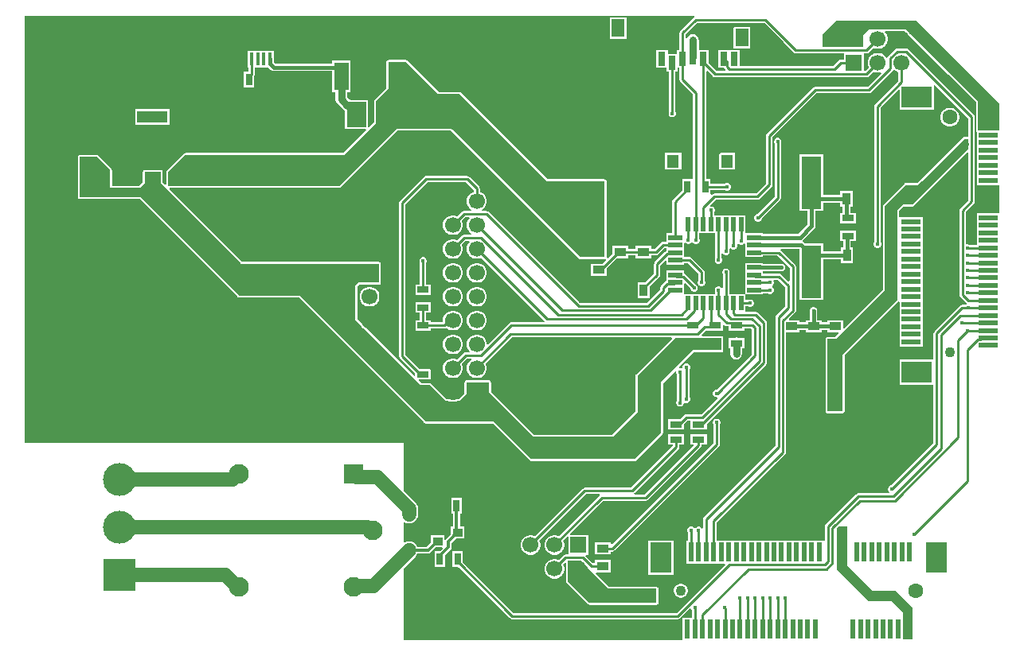
<source format=gtl>
G04*
G04 #@! TF.GenerationSoftware,Altium Limited,Altium Designer,22.0.2 (36)*
G04*
G04 Layer_Physical_Order=1*
G04 Layer_Color=255*
%FSLAX44Y44*%
%MOMM*%
G71*
G04*
G04 #@! TF.SameCoordinates,4B74FB3E-7ACF-458F-97AA-83F66C2CEB99*
G04*
G04*
G04 #@! TF.FilePolarity,Positive*
G04*
G01*
G75*
%ADD12C,0.4000*%
%ADD13C,0.3000*%
%ADD15C,0.2540*%
%ADD17R,1.3000X1.4000*%
%ADD18R,1.0000X0.9500*%
%ADD19R,0.8000X1.5000*%
%ADD20R,1.4000X1.9000*%
%ADD21R,1.3000X0.7000*%
%ADD22R,0.9300X1.3100*%
%ADD23R,1.6000X3.0000*%
%ADD24R,2.0000X0.6000*%
%ADD25R,1.3000X0.9000*%
%ADD26R,0.6000X2.0000*%
%ADD27R,2.0000X2.7000*%
%ADD28R,0.8000X1.0000*%
%ADD29R,0.4000X1.3500*%
%ADD30R,0.9000X1.3000*%
%ADD31R,1.5000X0.5500*%
%ADD32R,1.9000X1.9000*%
%ADD33R,1.6000X1.4000*%
%ADD34R,0.7000X1.3000*%
%ADD35R,1.0000X0.8500*%
%ADD36R,0.5500X1.5000*%
%ADD37R,3.2000X2.3000*%
%ADD38R,2.3000X3.2000*%
%ADD39R,2.1000X5.6000*%
%ADD40R,3.2400X1.3100*%
%ADD77C,0.8000*%
%ADD78C,1.5000*%
%ADD79C,7.4000*%
%ADD80R,1.7000X1.7000*%
%ADD81C,1.7000*%
%ADD82R,2.1000X2.1000*%
G04:AMPARAMS|DCode=83|XSize=2mm|YSize=1.2mm|CornerRadius=0.36mm|HoleSize=0mm|Usage=FLASHONLY|Rotation=270.000|XOffset=0mm|YOffset=0mm|HoleType=Round|Shape=RoundedRectangle|*
%AMROUNDEDRECTD83*
21,1,2.0000,0.4800,0,0,270.0*
21,1,1.2800,1.2000,0,0,270.0*
1,1,0.7200,-0.2400,-0.6400*
1,1,0.7200,-0.2400,0.6400*
1,1,0.7200,0.2400,0.6400*
1,1,0.7200,0.2400,-0.6400*
%
%ADD83ROUNDEDRECTD83*%
%ADD84C,1.1000*%
%ADD85C,1.6000*%
%ADD86R,3.5000X3.5000*%
%ADD87C,3.5000*%
%ADD88C,2.1000*%
%ADD89R,1.7000X1.7000*%
%ADD90C,0.4000*%
G36*
X984527Y603527D02*
X984713Y603403D01*
X991903Y596213D01*
X992027Y596027D01*
X1013961Y574094D01*
Y544000D01*
X1014116Y543220D01*
X1014558Y542558D01*
X1015000Y542263D01*
Y534000D01*
Y526000D01*
Y518000D01*
Y510000D01*
Y502000D01*
Y494000D01*
Y486000D01*
X1039000D01*
Y456000D01*
X1015000D01*
Y446000D01*
Y438000D01*
Y430000D01*
Y422334D01*
X1006859D01*
X1005796Y422775D01*
X1004204D01*
X1004120Y422740D01*
X1003064Y423445D01*
Y457514D01*
X1011628Y466078D01*
X1012350Y467159D01*
X1012604Y468435D01*
Y558175D01*
X1012350Y559451D01*
X1011628Y560533D01*
X942033Y630127D01*
X940951Y630850D01*
X939675Y631104D01*
X929925D01*
X928649Y630850D01*
X927567Y630127D01*
X920642Y623203D01*
X919920Y622121D01*
X919801Y621525D01*
X918462Y621303D01*
X917802Y622447D01*
X915847Y624402D01*
X913453Y625784D01*
X910782Y626500D01*
X908018D01*
X905347Y625784D01*
X902953Y624402D01*
X900998Y622447D01*
X899615Y620053D01*
X898900Y617382D01*
Y614618D01*
X899615Y611947D01*
X899988Y611303D01*
X896249Y607564D01*
X894500D01*
Y626296D01*
X897630D01*
X898906Y626550D01*
X899987Y627272D01*
X904703Y631988D01*
X905347Y631616D01*
X908018Y630900D01*
X910782D01*
X913453Y631616D01*
X915847Y632998D01*
X917802Y634953D01*
X919184Y637347D01*
X919900Y640018D01*
Y642782D01*
X919184Y645453D01*
X917802Y647847D01*
X917040Y648609D01*
X917526Y649782D01*
X938272D01*
X984527Y603527D01*
D02*
G37*
G36*
X714394Y664750D02*
X713313Y664027D01*
X699642Y650358D01*
X698920Y649276D01*
X698666Y648000D01*
Y629500D01*
X696000D01*
Y625500D01*
X686000D01*
Y629500D01*
X674000D01*
Y610500D01*
X685000D01*
Y606500D01*
X687666D01*
Y564323D01*
X687609Y564266D01*
X687000Y562796D01*
Y561204D01*
X687609Y559734D01*
X688734Y558609D01*
X690204Y558000D01*
X691796D01*
X693266Y558609D01*
X694391Y559734D01*
X695000Y561204D01*
Y562796D01*
X694391Y564266D01*
X694334Y564323D01*
Y606500D01*
X697000D01*
Y610500D01*
X698666D01*
Y598000D01*
X698920Y596724D01*
X699642Y595643D01*
X712666Y582619D01*
Y493701D01*
X712500Y492500D01*
X701500D01*
Y480215D01*
X691643Y470358D01*
X690920Y469276D01*
X690666Y468000D01*
Y434750D01*
X684500D01*
Y425334D01*
X680990D01*
X679714Y425080D01*
X678633Y424357D01*
X672109Y417834D01*
X668500D01*
Y421000D01*
X651500D01*
Y417834D01*
X644500D01*
Y421000D01*
X627500D01*
Y412715D01*
X622759Y407975D01*
X621500Y408511D01*
Y421000D01*
X621039D01*
Y490000D01*
X620884Y490780D01*
X620442Y491442D01*
X619780Y491884D01*
X619000Y492039D01*
X558845D01*
X466442Y584442D01*
X465780Y584884D01*
X465000Y585039D01*
X442845D01*
X409442Y618442D01*
X408780Y618884D01*
X408000Y619039D01*
X389000D01*
X388220Y618884D01*
X387558Y618442D01*
X387116Y617780D01*
X386961Y617000D01*
Y588845D01*
X374558Y576442D01*
X374116Y575780D01*
X373961Y575000D01*
Y553112D01*
X368173Y547325D01*
X367000Y547811D01*
Y576500D01*
X349591D01*
X349000Y576618D01*
X348034D01*
X345117Y579534D01*
Y584500D01*
X349000D01*
Y618500D01*
X329000D01*
Y615328D01*
X268689D01*
X267078Y616939D01*
Y620000D01*
X267000Y620394D01*
Y628750D01*
X239500D01*
Y611250D01*
X240166D01*
Y606500D01*
X235500D01*
Y589500D01*
X246500D01*
Y602104D01*
X246580Y602224D01*
X246834Y603500D01*
Y611250D01*
X261232D01*
X264116Y608366D01*
X264116Y608366D01*
X265439Y607482D01*
X267000Y607172D01*
X329000D01*
Y584500D01*
X332882D01*
Y577000D01*
X333348Y574659D01*
X334674Y572674D01*
X341174Y566174D01*
X343000Y564954D01*
Y545500D01*
X364689D01*
X365175Y544327D01*
X340888Y520039D01*
X173000D01*
X172220Y519884D01*
X171558Y519442D01*
X153558Y501442D01*
X153116Y500780D01*
X152961Y500000D01*
Y486719D01*
X151691Y486193D01*
X149039Y488845D01*
Y500000D01*
X148884Y500780D01*
X148442Y501442D01*
X147780Y501884D01*
X147000Y502039D01*
X130000D01*
X129220Y501884D01*
X128558Y501442D01*
X128116Y500780D01*
X127961Y500000D01*
Y488845D01*
X124234Y485118D01*
X95039D01*
Y502000D01*
X95039Y502000D01*
X94884Y502780D01*
X94442Y503442D01*
X94442Y503442D01*
X80442Y517442D01*
X79780Y517884D01*
X79000Y518039D01*
X61000D01*
X60220Y517884D01*
X59558Y517442D01*
X59116Y516780D01*
X58961Y516000D01*
Y473000D01*
X59116Y472220D01*
X59558Y471558D01*
X60220Y471116D01*
X61000Y470961D01*
X125155D01*
X229558Y366558D01*
X230220Y366116D01*
X231000Y365961D01*
X294155D01*
X427558Y232558D01*
X428220Y232116D01*
X429000Y231961D01*
X500155D01*
X539558Y192558D01*
X540220Y192116D01*
X541000Y191961D01*
X651000D01*
X651780Y192116D01*
X652442Y192558D01*
X652442Y192558D01*
X680442Y220558D01*
X680884Y221220D01*
X681039Y222000D01*
Y275155D01*
X693766Y287882D01*
X695000Y287320D01*
Y286204D01*
X695609Y284734D01*
X695666Y284677D01*
Y256323D01*
X695609Y256266D01*
X695000Y254796D01*
Y253204D01*
X695609Y251734D01*
X696734Y250609D01*
X698204Y250000D01*
X699796D01*
X701266Y250609D01*
X702391Y251734D01*
X703000Y253204D01*
Y253643D01*
X703054Y253713D01*
X704270Y254387D01*
X705204Y254000D01*
X706796D01*
X708266Y254609D01*
X709391Y255734D01*
X710000Y257204D01*
Y258796D01*
X709391Y260266D01*
X709334Y260323D01*
Y289677D01*
X709391Y289734D01*
X710000Y291204D01*
Y292796D01*
X709391Y294266D01*
X708266Y295391D01*
X706796Y296000D01*
X705204D01*
X703734Y295391D01*
X702609Y294266D01*
X702000Y292796D01*
Y291357D01*
X701913Y291242D01*
X701546Y290932D01*
X700899Y290543D01*
X699796Y291000D01*
X698680D01*
X698118Y292234D01*
X713845Y307961D01*
X743000D01*
X743780Y308116D01*
X744442Y308558D01*
X744884Y309220D01*
X745039Y310000D01*
Y323000D01*
X744884Y323780D01*
X744442Y324442D01*
X743780Y324884D01*
X743000Y325039D01*
X722538D01*
X722052Y326213D01*
X726409Y330569D01*
X727500Y331000D01*
X727500Y331000D01*
Y331000D01*
X727500Y331000D01*
X744500D01*
Y336536D01*
X745673Y337022D01*
X746332Y336363D01*
X747414Y335640D01*
X748690Y335386D01*
X750500D01*
Y331000D01*
X767500D01*
Y333166D01*
X774671D01*
X775586Y332251D01*
Y305381D01*
X738205Y268000D01*
X737204D01*
X735734Y267391D01*
X734609Y266266D01*
X734000Y264796D01*
Y263204D01*
X734609Y261734D01*
X735734Y260609D01*
X737204Y260000D01*
X738068D01*
X738594Y258730D01*
X721699Y241834D01*
X705500D01*
X704224Y241580D01*
X703142Y240858D01*
X698785Y236500D01*
X686500D01*
Y225500D01*
X703500D01*
Y231785D01*
X706881Y235166D01*
X710500D01*
Y225500D01*
X727500D01*
Y231785D01*
X790358Y294643D01*
X791080Y295724D01*
X791334Y297000D01*
Y339000D01*
X791080Y340276D01*
X790358Y341357D01*
X781548Y350168D01*
X780466Y350890D01*
X779190Y351144D01*
X768750D01*
Y356666D01*
X771677D01*
X771734Y356609D01*
X773204Y356000D01*
X774796D01*
X776266Y356609D01*
X777391Y357734D01*
X778000Y359204D01*
Y360796D01*
X777391Y362266D01*
X776266Y363391D01*
X774796Y364000D01*
X773204D01*
X771734Y363391D01*
X771677Y363334D01*
X768750D01*
Y368333D01*
X768750Y369250D01*
X769667Y369250D01*
X787500D01*
Y370666D01*
X792677D01*
X792734Y370609D01*
X794204Y370000D01*
X795796D01*
X797266Y370609D01*
X798391Y371734D01*
X799000Y373204D01*
Y374796D01*
X798391Y376266D01*
X797376Y377280D01*
X797317Y378000D01*
X797376Y378720D01*
X798391Y379734D01*
X799000Y381204D01*
Y382796D01*
X798536Y383916D01*
X799130Y385186D01*
X803099D01*
X810666Y377619D01*
Y356881D01*
X801332Y347547D01*
X800610Y346466D01*
X800356Y345190D01*
Y208071D01*
X724642Y132358D01*
X723920Y131276D01*
X723666Y130000D01*
Y120507D01*
X722396Y120254D01*
X722391Y120266D01*
X721266Y121391D01*
X719796Y122000D01*
X718204D01*
X716734Y121391D01*
X715720Y120377D01*
X715000Y120317D01*
X714280Y120377D01*
X713266Y121391D01*
X711796Y122000D01*
X710204D01*
X708734Y121391D01*
X707609Y120266D01*
X707000Y118796D01*
Y117204D01*
X707609Y115734D01*
X707666Y115677D01*
Y107000D01*
X706000D01*
Y83000D01*
X746626D01*
X747112Y81827D01*
X695619Y30334D01*
X521881D01*
X468000Y84215D01*
Y96500D01*
X457000D01*
Y79500D01*
X463285D01*
X518143Y24643D01*
X519224Y23920D01*
X520500Y23666D01*
X697000D01*
X698276Y23920D01*
X699358Y24643D01*
X709668Y34953D01*
X711097Y34586D01*
X711450Y33734D01*
X711666Y33518D01*
Y25000D01*
X702000D01*
Y1000D01*
X700730Y1000D01*
X405000D01*
Y77449D01*
X417775Y90225D01*
X419298Y92209D01*
X419804Y93432D01*
X431250D01*
X432616Y93703D01*
X433773Y94477D01*
X439547Y100250D01*
X446044D01*
X446530Y99077D01*
X443953Y96500D01*
X438000D01*
Y79500D01*
X449000D01*
Y91453D01*
X455148Y97602D01*
X455922Y98759D01*
X456194Y100125D01*
Y104647D01*
X461297Y109750D01*
X469500D01*
Y122250D01*
X465069D01*
Y135500D01*
X467000D01*
Y152500D01*
X456000D01*
Y135500D01*
X457931D01*
Y122250D01*
X455500D01*
Y114047D01*
X450102Y108648D01*
X449770Y108152D01*
X448500Y108537D01*
Y112750D01*
X434500D01*
Y105297D01*
X429772Y100569D01*
X419804D01*
X419298Y101791D01*
X417775Y103776D01*
X415791Y105298D01*
X413480Y106256D01*
X411000Y106582D01*
X408520Y106256D01*
X406209Y105298D01*
X406139Y105245D01*
X405000Y105806D01*
Y126194D01*
X406139Y126756D01*
X406209Y126702D01*
X408520Y125745D01*
X411000Y125418D01*
X413480Y125745D01*
X415791Y126702D01*
X417775Y128225D01*
X419298Y130209D01*
X420255Y132520D01*
X420582Y135000D01*
Y141000D01*
X420255Y143480D01*
X419298Y145791D01*
X417775Y147775D01*
X405000Y160551D01*
Y211000D01*
X2000D01*
Y666000D01*
X714167D01*
X714394Y664750D01*
D02*
G37*
G36*
X819537Y627272D02*
X820619Y626550D01*
X821895Y626296D01*
X873500D01*
Y619334D01*
X870124D01*
X868848Y619080D01*
X867767Y618358D01*
X861973Y612564D01*
X763000D01*
Y629500D01*
X740000D01*
Y610500D01*
X745897D01*
X746373Y609788D01*
X747423Y608737D01*
X746937Y607564D01*
X737651D01*
X730000Y615215D01*
Y629500D01*
X719118D01*
Y640000D01*
X718652Y642341D01*
X717326Y644326D01*
X716755Y644897D01*
X714770Y646223D01*
X712429Y646689D01*
X710088Y646223D01*
X708103Y644897D01*
X706777Y642912D01*
X706604Y642042D01*
X705334Y642167D01*
Y646619D01*
X717051Y658336D01*
X788474D01*
X819537Y627272D01*
D02*
G37*
G36*
X1039000Y573000D02*
Y544000D01*
X1016000D01*
Y575000D01*
X943269Y647731D01*
X943202Y647847D01*
X941247Y649802D01*
X941131Y649869D01*
X939000Y652000D01*
X900000D01*
X894000Y646000D01*
Y633000D01*
X851000D01*
Y646176D01*
X865824Y661000D01*
X951000D01*
X1039000Y573000D01*
D02*
G37*
G36*
X927350Y608600D02*
X928353Y607598D01*
X930747Y606216D01*
X931466Y606023D01*
Y596805D01*
X906643Y571982D01*
X905920Y570900D01*
X905666Y569624D01*
Y425323D01*
X905609Y425266D01*
X905000Y423796D01*
Y422204D01*
X905609Y420734D01*
X906734Y419609D01*
X908204Y419000D01*
X909796D01*
X911266Y419609D01*
X912391Y420734D01*
X913000Y422204D01*
Y423796D01*
X912391Y425266D01*
X912334Y425323D01*
Y568243D01*
X931827Y587736D01*
X933000Y587250D01*
Y566000D01*
X969000D01*
Y591934D01*
X970270Y592460D01*
X1005936Y556794D01*
Y537039D01*
X1001000D01*
X1000220Y536884D01*
X999558Y536442D01*
X955558Y492442D01*
X955158Y491842D01*
X954558Y491442D01*
X954558Y491442D01*
X951155Y488039D01*
X939000D01*
X939000Y488039D01*
X938220Y487884D01*
X937558Y487442D01*
X937558Y487442D01*
X915558Y465442D01*
X915116Y464780D01*
X914961Y464000D01*
Y374845D01*
X873673Y333557D01*
X872500Y334043D01*
Y342000D01*
X855500D01*
Y339578D01*
X849500D01*
Y342000D01*
X845078D01*
Y352000D01*
X845000Y352394D01*
Y352796D01*
X844846Y353167D01*
X844768Y353561D01*
X844545Y353895D01*
X844391Y354266D01*
X844107Y354550D01*
X843884Y354884D01*
X843550Y355107D01*
X843266Y355391D01*
X842895Y355545D01*
X842561Y355768D01*
X842167Y355846D01*
X841796Y356000D01*
X841394D01*
X841000Y356078D01*
X840606Y356000D01*
X840204D01*
X839833Y355846D01*
X839439Y355768D01*
X839105Y355545D01*
X838734Y355391D01*
X838450Y355107D01*
X838116Y354884D01*
X837893Y354550D01*
X837609Y354266D01*
X837455Y353895D01*
X837232Y353561D01*
X837154Y353167D01*
X837000Y352796D01*
Y352394D01*
X836922Y352000D01*
Y342000D01*
X832500D01*
Y339578D01*
X826500D01*
Y342000D01*
X815250D01*
X814764Y343173D01*
X821357Y349767D01*
X822080Y350849D01*
X822334Y352124D01*
Y399000D01*
X822080Y400276D01*
X821357Y401357D01*
X806358Y416357D01*
X805917Y416652D01*
X806303Y417922D01*
X826311D01*
X826500Y417732D01*
Y363500D01*
X851500D01*
Y406922D01*
X870000D01*
Y402500D01*
X883000D01*
Y419500D01*
X880578D01*
Y426000D01*
X886500D01*
Y437000D01*
X869500D01*
Y426000D01*
X872422D01*
Y419500D01*
X870000D01*
Y415078D01*
X851500D01*
Y423500D01*
X832268D01*
X830884Y424884D01*
X829856Y425570D01*
X829688Y426619D01*
X829748Y427025D01*
X829884Y427116D01*
X841884Y439116D01*
X842768Y440439D01*
X843078Y442000D01*
X843078Y442000D01*
Y458500D01*
X851500D01*
Y466922D01*
X869500D01*
Y462500D01*
X871922D01*
Y456000D01*
X869500D01*
Y445000D01*
X886500D01*
Y456000D01*
X880078D01*
Y462500D01*
X882500D01*
Y479500D01*
X869500D01*
Y475078D01*
X851500D01*
Y518500D01*
X826500D01*
Y458500D01*
X834922D01*
Y443689D01*
X825311Y434078D01*
X787500D01*
Y434750D01*
X768750D01*
Y453500D01*
X735334D01*
Y456677D01*
X735391Y456734D01*
X736000Y458204D01*
Y459796D01*
X735391Y461266D01*
X734266Y462391D01*
X732796Y463000D01*
X731636D01*
X731043Y464203D01*
X736944Y470103D01*
X781438D01*
X782713Y470357D01*
X783795Y471080D01*
X796420Y483705D01*
X797143Y484787D01*
X797397Y486063D01*
Y536963D01*
X844162Y583728D01*
X900062D01*
X901338Y583982D01*
X902420Y584705D01*
X925358Y607643D01*
X925820Y608335D01*
X927049Y608630D01*
X927350Y608600D01*
D02*
G37*
G36*
X733913Y601872D02*
X734994Y601150D01*
X736270Y600896D01*
X897630D01*
X898906Y601150D01*
X899987Y601872D01*
X904703Y606588D01*
X905347Y606216D01*
X908018Y605500D01*
X910782D01*
X912430Y605942D01*
X913088Y604803D01*
X898681Y590396D01*
X842781D01*
X841505Y590143D01*
X840424Y589420D01*
X791705Y540701D01*
X790982Y539620D01*
X790728Y538344D01*
Y487444D01*
X780057Y476772D01*
X735563D01*
X734287Y476518D01*
X733205Y475795D01*
X732671Y475261D01*
X731500Y475886D01*
Y480666D01*
X746677D01*
X746734Y480609D01*
X748204Y480000D01*
X749796D01*
X751266Y480609D01*
X752391Y481734D01*
X753000Y483204D01*
Y484796D01*
X752391Y486266D01*
X751266Y487391D01*
X749796Y488000D01*
X748204D01*
X746734Y487391D01*
X746677Y487334D01*
X731500D01*
Y492500D01*
X727334D01*
Y606791D01*
X728507Y607278D01*
X733913Y601872D01*
D02*
G37*
G36*
X1005936Y520393D02*
Y469816D01*
X997373Y461253D01*
X996650Y460171D01*
X996396Y458895D01*
Y369155D01*
X996650Y367879D01*
X997373Y366798D01*
X1003528Y360643D01*
X1004217Y360182D01*
X1004225Y360139D01*
X1004037Y358837D01*
X1002960Y358391D01*
X1002903Y358334D01*
X999127D01*
X997851Y358080D01*
X996769Y357358D01*
X969642Y330231D01*
X968920Y329149D01*
X968666Y327873D01*
Y300000D01*
X933000D01*
Y273000D01*
X968666D01*
Y211381D01*
X923285Y166000D01*
X923204D01*
X921734Y165391D01*
X920609Y164266D01*
X920000Y162796D01*
Y161204D01*
X920609Y159734D01*
X921489Y158854D01*
X921176Y157708D01*
X921100Y157584D01*
X888377D01*
X887101Y157330D01*
X886019Y156608D01*
X854169Y124758D01*
X853447Y123676D01*
X853193Y122400D01*
Y107187D01*
X852000Y107000D01*
Y107000D01*
X738334D01*
Y126619D01*
X810587Y198873D01*
X811310Y199954D01*
X811564Y201230D01*
Y329000D01*
X826500D01*
Y331422D01*
X832500D01*
Y329000D01*
X849500D01*
Y331422D01*
X855500D01*
Y329000D01*
X867457D01*
X867943Y327827D01*
X864155Y324039D01*
X856000D01*
X855220Y323884D01*
X854558Y323442D01*
X854116Y322780D01*
X853961Y322000D01*
Y245000D01*
X854116Y244220D01*
X854558Y243558D01*
X855220Y243116D01*
X856000Y242961D01*
X872000D01*
X872780Y243116D01*
X873442Y243558D01*
X873884Y244220D01*
X874039Y245000D01*
Y304155D01*
X931443Y361559D01*
X931662Y361705D01*
X931730Y361807D01*
X933000Y361422D01*
Y354000D01*
Y346000D01*
Y338000D01*
Y330000D01*
Y322000D01*
Y314000D01*
X957000D01*
Y322000D01*
Y330000D01*
Y338000D01*
Y346000D01*
Y354000D01*
Y362000D01*
Y370000D01*
Y378000D01*
Y386000D01*
Y394000D01*
Y402000D01*
Y410000D01*
Y418000D01*
Y426000D01*
Y434000D01*
Y442000D01*
Y452000D01*
X933529D01*
X933000Y452000D01*
X932259Y452963D01*
Y458375D01*
X936845Y462961D01*
X946000D01*
X946000Y462961D01*
X946780Y463116D01*
X947442Y463558D01*
X947442Y463558D01*
X1004763Y520879D01*
X1005936Y520393D01*
D02*
G37*
G36*
X479666Y480619D02*
Y478577D01*
X478947Y478384D01*
X476553Y477002D01*
X474598Y475047D01*
X473216Y472653D01*
X472500Y469982D01*
Y467218D01*
X473216Y464547D01*
X474598Y462153D01*
X476553Y460198D01*
X477633Y459574D01*
X477293Y458304D01*
X469370D01*
X468094Y458050D01*
X467012Y457327D01*
X462297Y452612D01*
X461653Y452984D01*
X458982Y453700D01*
X456218D01*
X453547Y452984D01*
X451153Y451602D01*
X449198Y449647D01*
X447816Y447253D01*
X447100Y444582D01*
Y441818D01*
X447816Y439147D01*
X449198Y436753D01*
X451153Y434798D01*
X453547Y433416D01*
X456218Y432700D01*
X458982D01*
X461653Y433416D01*
X464047Y434798D01*
X466002Y436753D01*
X467384Y439147D01*
X468100Y441818D01*
Y444582D01*
X467384Y447253D01*
X467012Y447897D01*
X470751Y451636D01*
X474791D01*
X475317Y450366D01*
X474598Y449647D01*
X473216Y447253D01*
X472500Y444582D01*
Y441818D01*
X473216Y439147D01*
X474598Y436753D01*
X476553Y434798D01*
X477633Y434174D01*
X477293Y432904D01*
X469370D01*
X468094Y432650D01*
X467012Y431927D01*
X462297Y427212D01*
X461653Y427584D01*
X458982Y428300D01*
X456218D01*
X453547Y427584D01*
X451153Y426202D01*
X449198Y424247D01*
X447816Y421853D01*
X447100Y419182D01*
Y416418D01*
X447816Y413747D01*
X449198Y411353D01*
X451153Y409398D01*
X453547Y408016D01*
X456218Y407300D01*
X458982D01*
X461653Y408016D01*
X464047Y409398D01*
X466002Y411353D01*
X467384Y413747D01*
X468100Y416418D01*
Y419182D01*
X467384Y421853D01*
X467012Y422497D01*
X470751Y426236D01*
X474791D01*
X475317Y424966D01*
X474598Y424247D01*
X473216Y421853D01*
X472500Y419182D01*
Y416418D01*
X473216Y413747D01*
X474598Y411353D01*
X476553Y409398D01*
X478947Y408016D01*
X481618Y407300D01*
X484382D01*
X487053Y408016D01*
X487697Y408388D01*
X554981Y341104D01*
X554949Y340758D01*
X554555Y339834D01*
X519945D01*
X518669Y339580D01*
X517588Y338857D01*
X494770Y316040D01*
X493500Y316566D01*
Y317582D01*
X492784Y320253D01*
X491402Y322647D01*
X489447Y324602D01*
X487053Y325984D01*
X484382Y326700D01*
X481618D01*
X478947Y325984D01*
X476553Y324602D01*
X474598Y322647D01*
X473216Y320253D01*
X472500Y317582D01*
Y314818D01*
X473216Y312147D01*
X474598Y309753D01*
X475317Y309034D01*
X474791Y307764D01*
X471230D01*
X469954Y307510D01*
X468872Y306787D01*
X462297Y300212D01*
X461653Y300584D01*
X458982Y301300D01*
X456218D01*
X453547Y300584D01*
X451153Y299202D01*
X449198Y297247D01*
X447816Y294853D01*
X447100Y292182D01*
Y289418D01*
X447816Y286747D01*
X449198Y284353D01*
X451153Y282398D01*
X453547Y281016D01*
X456218Y280300D01*
X458982D01*
X461653Y281016D01*
X464047Y282398D01*
X466002Y284353D01*
X467384Y286747D01*
X468100Y289418D01*
Y292182D01*
X467384Y294853D01*
X467012Y295497D01*
X472611Y301096D01*
X477293D01*
X477633Y299826D01*
X476553Y299202D01*
X474598Y297247D01*
X473216Y294853D01*
X472500Y292182D01*
Y289418D01*
X473216Y286747D01*
X474598Y284353D01*
X476553Y282398D01*
X478947Y281016D01*
X481618Y280300D01*
X484382D01*
X487053Y281016D01*
X489447Y282398D01*
X491402Y284353D01*
X492784Y286747D01*
X493500Y289418D01*
Y292182D01*
X492784Y294853D01*
X492412Y295497D01*
X520581Y323666D01*
X690123D01*
X690609Y322493D01*
X652558Y284442D01*
X652116Y283780D01*
X651961Y283000D01*
Y244845D01*
X627155Y220039D01*
X543845D01*
X498039Y265845D01*
Y276000D01*
X497884Y276780D01*
X497442Y277442D01*
X496780Y277884D01*
X496000Y278039D01*
X472000D01*
X471220Y277884D01*
X470558Y277442D01*
X470116Y276780D01*
X469961Y276000D01*
Y263845D01*
X464155Y258039D01*
X462319D01*
X462187Y258013D01*
X462052Y258022D01*
X461800Y257936D01*
X461538Y257884D01*
X461426Y257809D01*
X461299Y257766D01*
X460866Y257516D01*
X459006Y257017D01*
X456194D01*
X454334Y257516D01*
X453901Y257766D01*
X453774Y257809D01*
X453662Y257884D01*
X453400Y257936D01*
X453148Y258022D01*
X453013Y258013D01*
X452881Y258039D01*
X450845D01*
X434442Y274442D01*
X433780Y274884D01*
X433000Y275039D01*
X424093D01*
X421305Y277827D01*
X421791Y279000D01*
X434500D01*
Y290000D01*
X422215D01*
X407334Y304881D01*
Y465619D01*
X430381Y488666D01*
X471619D01*
X479666Y480619D01*
D02*
G37*
G36*
X442000Y583000D02*
X465000D01*
X558000Y490000D01*
X619000D01*
Y409000D01*
X593000D01*
X456000Y546000D01*
X398000D01*
X337000Y485000D01*
X155000D01*
Y500000D01*
X173000Y518000D01*
X342000D01*
X376000Y552000D01*
Y575000D01*
X389000Y588000D01*
Y617000D01*
X408000D01*
X442000Y583000D01*
D02*
G37*
G36*
X591558Y407558D02*
X592220Y407116D01*
X593000Y406961D01*
X619000D01*
X619780Y407116D01*
X619940Y407223D01*
X620168Y407179D01*
X620592Y405807D01*
X616785Y402000D01*
X604500D01*
Y389000D01*
X621500D01*
Y397285D01*
X632215Y408000D01*
X644500D01*
Y411166D01*
X651500D01*
Y408000D01*
X668500D01*
Y411166D01*
X673490D01*
X674766Y411420D01*
X675847Y412142D01*
X682371Y418666D01*
X684500D01*
Y415626D01*
X684370Y415600D01*
X683288Y414878D01*
X672330Y403920D01*
X671608Y402838D01*
X671354Y401562D01*
Y391569D01*
X662285Y382500D01*
X654000D01*
Y365500D01*
X667000D01*
Y377785D01*
X677045Y387830D01*
X677768Y388912D01*
X678022Y390188D01*
Y400181D01*
X683327Y405486D01*
X684500Y405000D01*
Y401250D01*
X703500D01*
Y402666D01*
X707619D01*
X718666Y391619D01*
Y384323D01*
X718609Y384266D01*
X718000Y382796D01*
Y381204D01*
X718609Y379734D01*
X719734Y378609D01*
X721204Y378000D01*
X722796D01*
X724266Y378609D01*
X725391Y379734D01*
X726000Y381204D01*
Y382796D01*
X725391Y384266D01*
X725334Y384323D01*
Y393000D01*
X725080Y394276D01*
X724358Y395358D01*
X711358Y408358D01*
X710276Y409080D01*
X709000Y409334D01*
X703500D01*
Y417250D01*
Y424184D01*
X704010Y424437D01*
X704770Y424573D01*
X705734Y423609D01*
X707204Y423000D01*
X708796D01*
X710266Y423609D01*
X711280Y424623D01*
X712000Y424683D01*
X712720Y424623D01*
X713734Y423609D01*
X715204Y423000D01*
X716796D01*
X718266Y423609D01*
X719391Y424734D01*
X720000Y426204D01*
Y427796D01*
X719391Y429266D01*
X719334Y429323D01*
Y434500D01*
X736666D01*
Y408323D01*
X736609Y408266D01*
X736000Y406796D01*
Y405204D01*
X736609Y403734D01*
X737734Y402609D01*
X739204Y402000D01*
X740796D01*
X742266Y402609D01*
X743391Y403734D01*
X744000Y405204D01*
Y406796D01*
X743391Y408266D01*
X743334Y408323D01*
Y412493D01*
X744604Y412746D01*
X744609Y412734D01*
X745734Y411609D01*
X747204Y411000D01*
X748796D01*
X750266Y411609D01*
X751391Y412734D01*
X752000Y414204D01*
Y415796D01*
X751391Y417266D01*
X751366Y417291D01*
X751464Y418220D01*
X752219Y418559D01*
X752679Y418665D01*
X753734Y417609D01*
X755204Y417000D01*
X756796D01*
X758266Y417609D01*
X759391Y418734D01*
X760000Y420204D01*
Y421796D01*
X759795Y422290D01*
X759956Y422591D01*
X761520Y422823D01*
X761734Y422609D01*
X763204Y422000D01*
X764796D01*
X766266Y422609D01*
X767230Y423573D01*
X767990Y423437D01*
X768500Y423184D01*
Y417250D01*
Y409250D01*
X787500D01*
Y410666D01*
X802619D01*
X815666Y397619D01*
Y383708D01*
X814493Y383222D01*
X806838Y390877D01*
X805756Y391600D01*
X804480Y391854D01*
X787500D01*
Y393922D01*
X807000D01*
X807394Y394000D01*
X807796D01*
X808167Y394154D01*
X808561Y394232D01*
X808895Y394455D01*
X809266Y394609D01*
X809550Y394893D01*
X809884Y395116D01*
X810107Y395450D01*
X810391Y395734D01*
X810545Y396105D01*
X810768Y396439D01*
X810846Y396833D01*
X811000Y397204D01*
Y397606D01*
X811078Y398000D01*
X811000Y398394D01*
Y398796D01*
X810846Y399167D01*
X810768Y399561D01*
X810545Y399895D01*
X810391Y400266D01*
X810107Y400550D01*
X809884Y400884D01*
X809550Y401107D01*
X809266Y401391D01*
X808895Y401545D01*
X808561Y401768D01*
X808167Y401846D01*
X807796Y402000D01*
X807394D01*
X807000Y402078D01*
X787500D01*
Y402750D01*
X768500D01*
Y393250D01*
Y385250D01*
Y377250D01*
Y370416D01*
X768500Y369500D01*
X767584Y369500D01*
X751334D01*
Y390677D01*
X751391Y390734D01*
X752000Y392204D01*
Y393796D01*
X751391Y395266D01*
X750266Y396391D01*
X748796Y397000D01*
X747204D01*
X745734Y396391D01*
X744609Y395266D01*
X744000Y393796D01*
Y392204D01*
X744609Y390734D01*
X744666Y390677D01*
Y376507D01*
X743396Y376254D01*
X743391Y376266D01*
X742266Y377391D01*
X740796Y378000D01*
X739204D01*
X737734Y377391D01*
X736609Y376266D01*
X736000Y374796D01*
Y373204D01*
X736609Y371734D01*
X736666Y371677D01*
Y369500D01*
X703500D01*
Y381000D01*
X704673Y381486D01*
X710000Y376159D01*
Y375204D01*
X710609Y373734D01*
X711734Y372609D01*
X713204Y372000D01*
X714796D01*
X716266Y372609D01*
X717391Y373734D01*
X718000Y375204D01*
Y376796D01*
X717391Y378266D01*
X716266Y379391D01*
X716117Y379453D01*
X716078Y379511D01*
X704712Y390877D01*
X703630Y391600D01*
X703500Y391626D01*
Y394750D01*
X684500D01*
Y383626D01*
X684370Y383600D01*
X683288Y382878D01*
X679150Y378740D01*
X678427Y377658D01*
X678174Y376382D01*
Y374344D01*
X664164Y360334D01*
X592645D01*
X495652Y457327D01*
X494570Y458050D01*
X493294Y458304D01*
X488707D01*
X488367Y459574D01*
X489447Y460198D01*
X491402Y462153D01*
X492784Y464547D01*
X493500Y467218D01*
Y469982D01*
X492784Y472653D01*
X491402Y475047D01*
X489447Y477002D01*
X487053Y478384D01*
X486334Y478577D01*
Y482000D01*
X486080Y483276D01*
X485358Y484358D01*
X475358Y494357D01*
X474276Y495080D01*
X473000Y495334D01*
X429000D01*
X427724Y495080D01*
X426642Y494358D01*
X401642Y469357D01*
X400920Y468276D01*
X400666Y467000D01*
Y303500D01*
X400920Y302224D01*
X401642Y301143D01*
X417500Y285285D01*
Y283291D01*
X416327Y282805D01*
X365171Y333961D01*
X364949Y334109D01*
X364749Y334285D01*
X363805Y334830D01*
X362230Y336405D01*
X361685Y337349D01*
X361509Y337549D01*
X361361Y337771D01*
X356039Y343093D01*
Y378155D01*
X357845Y379961D01*
X379000D01*
X379780Y380116D01*
X380442Y380558D01*
X380884Y381220D01*
X381039Y382000D01*
Y402000D01*
X380884Y402780D01*
X380442Y403442D01*
X379780Y403884D01*
X379000Y404039D01*
X233845D01*
X156193Y481691D01*
X156719Y482961D01*
X337000D01*
X337000Y482961D01*
X337780Y483116D01*
X338442Y483558D01*
X398845Y543961D01*
X455155D01*
X591558Y407558D01*
D02*
G37*
G36*
X1005936Y524936D02*
X946000Y465000D01*
X936000D01*
X930220Y459220D01*
Y363147D01*
X930147D01*
X872000Y305000D01*
Y245000D01*
X856000D01*
Y322000D01*
X865000D01*
X872000Y329000D01*
X872500D01*
Y329500D01*
X917000Y374000D01*
Y464000D01*
X939000Y486000D01*
X952000D01*
X956000Y490000D01*
X957000D01*
Y491000D01*
X1001000Y535000D01*
X1005936D01*
Y524936D01*
D02*
G37*
G36*
X93000Y502000D02*
Y483000D01*
X125000D01*
X130000Y488000D01*
Y500000D01*
X147000D01*
Y488000D01*
X233000Y402000D01*
X379000D01*
Y382000D01*
X357000D01*
X354000Y379000D01*
Y342248D01*
X359919Y336329D01*
X360598Y335153D01*
X362553Y333198D01*
X363729Y332519D01*
X423248Y273000D01*
X433000D01*
X450000Y256000D01*
X452881D01*
X453547Y255616D01*
X456218Y254900D01*
X458982D01*
X461653Y255616D01*
X462319Y256000D01*
X465000D01*
X472000Y263000D01*
Y276000D01*
X496000D01*
Y265000D01*
X543000Y218000D01*
X628000D01*
X654000Y244000D01*
Y283000D01*
X694000Y323000D01*
X743000D01*
Y310000D01*
X713000D01*
X679000Y276000D01*
Y222000D01*
X651000Y194000D01*
X541000D01*
X501000Y234000D01*
X429000D01*
X295000Y368000D01*
X231000D01*
X126000Y473000D01*
X61000D01*
Y516000D01*
X79000D01*
X93000Y502000D01*
D02*
G37*
G36*
X877000Y81000D02*
X904000Y54000D01*
X928000D01*
X946000Y36000D01*
Y2000D01*
X936000D01*
Y31000D01*
X924000Y43000D01*
X900000D01*
X866000Y77000D01*
Y120738D01*
X867262Y122000D01*
X877000D01*
Y81000D01*
D02*
G37*
%LPC*%
G36*
X642400Y664400D02*
X624400D01*
Y641400D01*
X642400D01*
Y664400D01*
D02*
G37*
G36*
X156200Y567000D02*
X119800D01*
Y549900D01*
X156200D01*
Y567000D01*
D02*
G37*
G36*
X700400Y520400D02*
X683400D01*
Y502400D01*
X700400D01*
Y520400D01*
D02*
G37*
G36*
X759000Y323618D02*
X756659Y323152D01*
X756432Y323000D01*
X750500D01*
Y312000D01*
X752883D01*
Y306000D01*
X753348Y303659D01*
X754674Y301674D01*
X756659Y300348D01*
X759000Y299883D01*
X761341Y300348D01*
X763326Y301674D01*
X764652Y303659D01*
X765117Y306000D01*
Y312000D01*
X767500D01*
Y323000D01*
X761568D01*
X761341Y323152D01*
X759000Y323618D01*
D02*
G37*
G36*
X727500Y220500D02*
X710500D01*
Y209500D01*
X713126D01*
X713612Y208327D01*
X661619Y156334D01*
X650590D01*
X650205Y157604D01*
X650549Y157834D01*
X697357Y204643D01*
X698080Y205724D01*
X698334Y207000D01*
Y209500D01*
X703500D01*
Y220500D01*
X686500D01*
Y209500D01*
X691301D01*
X691515Y208230D01*
X646811Y163526D01*
X597775D01*
X596499Y163272D01*
X595418Y162549D01*
X544897Y112029D01*
X544253Y112401D01*
X541582Y113117D01*
X538818D01*
X536147Y112401D01*
X533753Y111019D01*
X531798Y109064D01*
X530416Y106670D01*
X529700Y103999D01*
Y101234D01*
X530416Y98564D01*
X531798Y96170D01*
X533753Y94215D01*
X536147Y92832D01*
X538818Y92117D01*
X541582D01*
X544253Y92832D01*
X546647Y94215D01*
X548602Y96170D01*
X549984Y98564D01*
X550700Y101234D01*
Y103999D01*
X549984Y106670D01*
X549612Y107314D01*
X599156Y156858D01*
X613585D01*
X613970Y155588D01*
X613626Y155358D01*
X570297Y112029D01*
X569653Y112401D01*
X566982Y113117D01*
X564218D01*
X561547Y112401D01*
X559153Y111019D01*
X557198Y109064D01*
X555816Y106670D01*
X555100Y103999D01*
Y101234D01*
X555816Y98564D01*
X557198Y96170D01*
X559153Y94215D01*
X561547Y92832D01*
X564218Y92117D01*
X566982D01*
X569653Y92832D01*
X572047Y94215D01*
X574002Y96170D01*
X575384Y98564D01*
X576100Y101234D01*
Y103999D01*
X575384Y106670D01*
X575012Y107314D01*
X579327Y111628D01*
X580500Y111142D01*
Y92321D01*
X577370D01*
X576094Y92067D01*
X575013Y91344D01*
X570297Y86629D01*
X569653Y87001D01*
X566982Y87717D01*
X564218D01*
X561547Y87001D01*
X559153Y85619D01*
X557198Y83664D01*
X555816Y81270D01*
X555100Y78599D01*
Y75834D01*
X555816Y73164D01*
X557198Y70770D01*
X559153Y68815D01*
X561547Y67432D01*
X564218Y66717D01*
X566982D01*
X569653Y67432D01*
X572047Y68815D01*
X574002Y70770D01*
X575384Y73164D01*
X576100Y75834D01*
Y78599D01*
X575384Y81270D01*
X575012Y81914D01*
X576787Y83689D01*
X577961Y83203D01*
Y64000D01*
X578116Y63220D01*
X578558Y62558D01*
X578558Y62558D01*
X601558Y39558D01*
X602220Y39116D01*
X603000Y38961D01*
X674000D01*
X674780Y39116D01*
X675442Y39558D01*
X675884Y40220D01*
X676039Y41000D01*
Y56000D01*
X675884Y56780D01*
X675442Y57442D01*
X674780Y57884D01*
X674000Y58039D01*
X623845D01*
X609654Y72230D01*
X610180Y73500D01*
X625500D01*
Y86500D01*
X608500D01*
Y83334D01*
X606243D01*
X598730Y90847D01*
X599256Y92117D01*
X601500D01*
Y113117D01*
X582474D01*
X581988Y114290D01*
X617364Y149666D01*
X663000D01*
X664276Y149920D01*
X665358Y150642D01*
X721358Y206642D01*
X722080Y207724D01*
X722334Y209000D01*
Y209500D01*
X727500D01*
Y220500D01*
D02*
G37*
G36*
X738796Y237000D02*
X737204D01*
X735734Y236391D01*
X734609Y235266D01*
X734000Y233796D01*
Y232204D01*
X734609Y230734D01*
X734666Y230677D01*
Y211381D01*
X626770Y103485D01*
X625500Y104011D01*
Y105500D01*
X608500D01*
Y92500D01*
X625500D01*
Y95666D01*
X627000D01*
X628276Y95920D01*
X629357Y96643D01*
X740358Y207642D01*
X741080Y208724D01*
X741334Y210000D01*
Y230677D01*
X741391Y230734D01*
X742000Y232204D01*
Y233796D01*
X741391Y235266D01*
X740266Y236391D01*
X738796Y237000D01*
D02*
G37*
G36*
X692000Y107000D02*
X665000D01*
Y71000D01*
X692000D01*
Y107000D01*
D02*
G37*
G36*
X700987Y61500D02*
X699013D01*
X697105Y60989D01*
X695395Y60002D01*
X693998Y58605D01*
X693011Y56895D01*
X692500Y54987D01*
Y53013D01*
X693011Y51105D01*
X693998Y49395D01*
X695395Y47998D01*
X697105Y47011D01*
X699013Y46500D01*
X700987D01*
X702895Y47011D01*
X704605Y47998D01*
X706002Y49395D01*
X706989Y51105D01*
X707500Y53013D01*
Y54987D01*
X706989Y56895D01*
X706002Y58605D01*
X704605Y60002D01*
X702895Y60989D01*
X700987Y61500D01*
D02*
G37*
%LPD*%
G36*
X601000Y79147D02*
Y78000D01*
X623000Y56000D01*
X674000D01*
Y41000D01*
X603000D01*
X580000Y64000D01*
Y85653D01*
X594494D01*
X601000Y79147D01*
D02*
G37*
%LPC*%
G36*
X773900Y654400D02*
X755900D01*
Y631400D01*
X773900D01*
Y654400D01*
D02*
G37*
G36*
X987317Y568000D02*
X984684D01*
X982140Y567318D01*
X979860Y566002D01*
X977998Y564140D01*
X976682Y561860D01*
X976000Y559317D01*
Y556684D01*
X976682Y554140D01*
X977998Y551860D01*
X979860Y549998D01*
X982140Y548681D01*
X984684Y548000D01*
X987317D01*
X989860Y548681D01*
X992140Y549998D01*
X994002Y551860D01*
X995319Y554140D01*
X996000Y556684D01*
Y559317D01*
X995319Y561860D01*
X994002Y564140D01*
X992140Y566002D01*
X989860Y567318D01*
X987317Y568000D01*
D02*
G37*
G36*
X803796Y536000D02*
X802204D01*
X800734Y535391D01*
X799609Y534266D01*
X799000Y532796D01*
Y531204D01*
X799609Y529734D01*
X799666Y529677D01*
Y473381D01*
X781285Y455000D01*
X781204D01*
X779734Y454391D01*
X778609Y453266D01*
X778000Y451796D01*
Y450204D01*
X778609Y448734D01*
X779734Y447609D01*
X781204Y447000D01*
X782796D01*
X784266Y447609D01*
X785391Y448734D01*
X786000Y450204D01*
Y450285D01*
X805358Y469642D01*
X806080Y470724D01*
X806334Y472000D01*
Y529677D01*
X806391Y529734D01*
X807000Y531204D01*
Y532796D01*
X806391Y534266D01*
X805266Y535391D01*
X803796Y536000D01*
D02*
G37*
G36*
X757900Y520400D02*
X740900D01*
Y502400D01*
X757900D01*
Y520400D01*
D02*
G37*
G36*
X484382Y402900D02*
X481618D01*
X478947Y402184D01*
X476553Y400802D01*
X474598Y398847D01*
X473216Y396453D01*
X472500Y393782D01*
Y391018D01*
X473216Y388347D01*
X474598Y385953D01*
X476553Y383998D01*
X478947Y382616D01*
X481618Y381900D01*
X484382D01*
X487053Y382616D01*
X489447Y383998D01*
X491402Y385953D01*
X492784Y388347D01*
X493500Y391018D01*
Y393782D01*
X492784Y396453D01*
X491402Y398847D01*
X489447Y400802D01*
X487053Y402184D01*
X484382Y402900D01*
D02*
G37*
G36*
X458982D02*
X456218D01*
X453547Y402184D01*
X451153Y400802D01*
X449198Y398847D01*
X447816Y396453D01*
X447100Y393782D01*
Y391018D01*
X447816Y388347D01*
X449198Y385953D01*
X451153Y383998D01*
X453547Y382616D01*
X456218Y381900D01*
X458982D01*
X461653Y382616D01*
X464047Y383998D01*
X466002Y385953D01*
X467384Y388347D01*
X468100Y391018D01*
Y393782D01*
X467384Y396453D01*
X466002Y398847D01*
X464047Y400802D01*
X461653Y402184D01*
X458982Y402900D01*
D02*
G37*
G36*
X426796Y409000D02*
X425204D01*
X423734Y408391D01*
X422609Y407266D01*
X422000Y405796D01*
Y404204D01*
X422609Y402734D01*
X422666Y402677D01*
Y380000D01*
X417500D01*
Y369000D01*
X434500D01*
Y380000D01*
X429334D01*
Y402677D01*
X429391Y402734D01*
X430000Y404204D01*
Y405796D01*
X429391Y407266D01*
X428266Y408391D01*
X426796Y409000D01*
D02*
G37*
G36*
X484382Y377500D02*
X481618D01*
X478947Y376784D01*
X476553Y375402D01*
X474598Y373447D01*
X473216Y371053D01*
X472500Y368382D01*
Y365618D01*
X473216Y362947D01*
X474598Y360553D01*
X476553Y358598D01*
X478947Y357216D01*
X481618Y356500D01*
X484382D01*
X487053Y357216D01*
X489447Y358598D01*
X491402Y360553D01*
X492784Y362947D01*
X493500Y365618D01*
Y368382D01*
X492784Y371053D01*
X491402Y373447D01*
X489447Y375402D01*
X487053Y376784D01*
X484382Y377500D01*
D02*
G37*
G36*
X458982D02*
X456218D01*
X453547Y376784D01*
X451153Y375402D01*
X449198Y373447D01*
X447816Y371053D01*
X447100Y368382D01*
Y365618D01*
X447816Y362947D01*
X449198Y360553D01*
X451153Y358598D01*
X453547Y357216D01*
X456218Y356500D01*
X458982D01*
X461653Y357216D01*
X464047Y358598D01*
X466002Y360553D01*
X467384Y362947D01*
X468100Y365618D01*
Y368382D01*
X467384Y371053D01*
X466002Y373447D01*
X464047Y375402D01*
X461653Y376784D01*
X458982Y377500D01*
D02*
G37*
G36*
X484382Y352100D02*
X481618D01*
X478947Y351384D01*
X476553Y350002D01*
X474598Y348047D01*
X473216Y345653D01*
X472500Y342982D01*
Y340218D01*
X473216Y337547D01*
X474598Y335153D01*
X476553Y333198D01*
X478947Y331816D01*
X481618Y331100D01*
X484382D01*
X487053Y331816D01*
X489447Y333198D01*
X491402Y335153D01*
X492784Y337547D01*
X493500Y340218D01*
Y342982D01*
X492784Y345653D01*
X491402Y348047D01*
X489447Y350002D01*
X487053Y351384D01*
X484382Y352100D01*
D02*
G37*
G36*
X434500Y361000D02*
X417500D01*
Y350000D01*
X422666D01*
Y342000D01*
X417500D01*
Y331000D01*
X434500D01*
Y333166D01*
X448587D01*
X449863Y333420D01*
X450503Y333848D01*
X451153Y333198D01*
X453547Y331816D01*
X456218Y331100D01*
X458982D01*
X461653Y331816D01*
X464047Y333198D01*
X466002Y335153D01*
X467384Y337547D01*
X468100Y340218D01*
Y342982D01*
X467384Y345653D01*
X466002Y348047D01*
X464047Y350002D01*
X461653Y351384D01*
X458982Y352100D01*
X456218D01*
X453547Y351384D01*
X451153Y350002D01*
X449198Y348047D01*
X447816Y345653D01*
X447100Y342982D01*
Y340218D01*
X446806Y339834D01*
X434500D01*
Y342000D01*
X429334D01*
Y350000D01*
X434500D01*
Y361000D01*
D02*
G37*
G36*
X458982Y326700D02*
X456218D01*
X453547Y325984D01*
X451153Y324602D01*
X449198Y322647D01*
X447816Y320253D01*
X447100Y317582D01*
Y314818D01*
X447816Y312147D01*
X449198Y309753D01*
X451153Y307798D01*
X453547Y306416D01*
X456218Y305700D01*
X458982D01*
X461653Y306416D01*
X464047Y307798D01*
X466002Y309753D01*
X467384Y312147D01*
X468100Y314818D01*
Y317582D01*
X467384Y320253D01*
X466002Y322647D01*
X464047Y324602D01*
X461653Y325984D01*
X458982Y326700D01*
D02*
G37*
G36*
X370382Y377500D02*
X367618D01*
X364947Y376784D01*
X362553Y375402D01*
X360598Y373447D01*
X359216Y371053D01*
X358500Y368382D01*
Y365618D01*
X359216Y362947D01*
X360598Y360553D01*
X362553Y358598D01*
X364947Y357216D01*
X367618Y356500D01*
X370382D01*
X373053Y357216D01*
X375447Y358598D01*
X377402Y360553D01*
X378784Y362947D01*
X379500Y365618D01*
Y368382D01*
X378784Y371053D01*
X377402Y373447D01*
X375447Y375402D01*
X373053Y376784D01*
X370382Y377500D01*
D02*
G37*
%LPD*%
D12*
X1027000Y565706D02*
X1029000Y567706D01*
X1027000Y547000D02*
Y565706D01*
X939000Y13000D02*
Y33000D01*
X925000Y47000D02*
X939000Y33000D01*
X872000Y77000D02*
X902000Y47000D01*
X925000D01*
X872000Y77000D02*
Y120000D01*
X267000Y611250D02*
X333000D01*
X263000Y615250D02*
Y620000D01*
X339000Y601500D02*
Y605250D01*
X263000Y615250D02*
X267000Y611250D01*
X333000D02*
X339000Y605250D01*
X890000Y503000D02*
X890000D01*
X885000Y498000D02*
X890000Y503000D01*
X824572Y619500D02*
X858000D01*
X787672Y656400D02*
X824572Y619500D01*
X735343Y635500D02*
X756243Y656400D01*
X787672D01*
X735343Y622343D02*
Y635500D01*
X735000Y622000D02*
X735343Y622343D01*
X812843Y594000D02*
X826000D01*
X738000Y519157D02*
X812843Y594000D01*
X738000Y511900D02*
Y519157D01*
X735000Y509150D02*
X735250D01*
X738000Y511900D01*
X945000Y455000D02*
X964000D01*
X778000Y406000D02*
X793000D01*
X694750Y397250D02*
X703750D01*
X694000Y398000D02*
X694750Y397250D01*
X703750D02*
X710000Y391000D01*
X818000Y316500D02*
X841000D01*
X818000Y316500D02*
X818000Y316500D01*
X841000Y299000D02*
Y316500D01*
X415500Y426500D02*
X457600Y468600D01*
X260000Y595000D02*
Y598000D01*
X247000Y582000D02*
X260000Y595000D01*
X206000Y582000D02*
X247000D01*
X237000Y645750D02*
X238000Y646750D01*
X237000Y620000D02*
Y645750D01*
X638000Y395500D02*
X660000D01*
X636000D02*
X638000D01*
X641500Y374000D02*
Y392000D01*
X638000Y395500D02*
X641500Y392000D01*
X623000Y374000D02*
X641500D01*
X426000Y300157D02*
X457600Y268557D01*
X486000Y172000D02*
X500000Y158000D01*
X467500Y172000D02*
X486000D01*
X500000Y117417D02*
X540200Y77217D01*
X500000Y117417D02*
Y158000D01*
X455000Y216000D02*
X493000D01*
X442500Y147000D02*
X467500Y172000D01*
X423000Y317500D02*
X426000D01*
X415500Y325000D02*
X423000Y317500D01*
X457600Y265400D02*
Y268557D01*
X443000Y204000D02*
X455000Y216000D01*
X426000Y300157D02*
Y317500D01*
X415500Y325000D02*
Y426500D01*
X442500Y203500D02*
X443000Y204000D01*
X442500Y147000D02*
Y203500D01*
Y144000D02*
Y147000D01*
X442000Y143500D02*
X442500Y144000D01*
X442000Y126000D02*
Y143500D01*
X441500Y125500D02*
X442000Y126000D01*
X778000Y398000D02*
X807000D01*
X778000Y398000D02*
X778000Y398000D01*
X841000Y335500D02*
Y352000D01*
X841000Y335500D02*
X841000Y335500D01*
X818000Y335500D02*
X841000D01*
X841000Y335500D02*
X864000D01*
X778000Y430000D02*
X827000D01*
X839000Y442000D02*
Y471000D01*
X827000Y430000D02*
X839000Y442000D01*
X778000Y422000D02*
X828000D01*
X839000Y411000D01*
Y393500D02*
Y411000D01*
X847500Y411000D02*
X876500D01*
Y430000D01*
X878000Y431500D01*
X876000Y452000D02*
Y471000D01*
X877500Y450500D02*
X878000D01*
X876000Y452000D02*
X877500Y450500D01*
X847500Y471000D02*
X876000D01*
D13*
X459000Y113250D02*
X461750Y116000D01*
X452625Y106125D02*
X459000Y112500D01*
X461750Y116000D02*
X462500D01*
X459000Y112500D02*
Y113250D01*
X452625Y100125D02*
Y106125D01*
X461500Y117000D02*
X462500Y116000D01*
X461500Y117000D02*
Y144000D01*
X443500Y88000D02*
Y91000D01*
X452625Y100125D01*
X431250Y97000D02*
X440750Y106500D01*
X441500D01*
X411000Y97000D02*
X431250D01*
D15*
X483000Y290800D02*
X519200Y327000D01*
X519945Y336500D02*
X713000D01*
X487875Y304430D02*
X519945Y336500D01*
X691000Y562000D02*
Y616000D01*
X691000Y616000D02*
X691000Y616000D01*
X909000Y423000D02*
Y569624D01*
X934800Y595424D01*
X842781Y587062D02*
X900062D01*
X794062Y486063D02*
Y538344D01*
X842781Y587062D01*
X709000Y406000D02*
X722000Y393000D01*
Y382000D02*
Y393000D01*
X695480Y388520D02*
X702354D01*
X713721Y377154D01*
X694000Y390000D02*
X695480Y388520D01*
X713721Y376279D02*
Y377154D01*
Y376279D02*
X714000Y376000D01*
X694000Y406000D02*
X709000D01*
X715670Y661670D02*
X789855D01*
X702000Y648000D02*
X715670Y661670D01*
X821895Y629630D02*
X897630D01*
X789855Y661670D02*
X821895Y629630D01*
X748730Y612146D02*
X751646Y609230D01*
X863354D02*
X870124Y616000D01*
X724000Y616500D02*
X736270Y604230D01*
X751646Y609230D02*
X863354D01*
X736270Y604230D02*
X897630D01*
X870124Y616000D02*
X884000D01*
X897630Y604230D02*
X909400Y616000D01*
X702000Y620000D02*
Y648000D01*
X999730Y458895D02*
X1009270Y468435D01*
Y558175D01*
X939675Y627770D02*
X1009270Y558175D01*
X999730Y369155D02*
X1005885Y363000D01*
X1027000D01*
X999730Y369155D02*
Y458895D01*
X735000Y128000D02*
X808230Y201230D01*
X803690Y345190D02*
X814000Y355500D01*
X808230Y201230D02*
Y341354D01*
X803690Y206690D02*
Y345190D01*
X727000Y130000D02*
X803690Y206690D01*
X808230Y341354D02*
X819000Y352124D01*
X634000Y414500D02*
X636000D01*
X613000Y395500D02*
X615000D01*
X634000Y414500D01*
X680990Y422000D02*
X694000D01*
X660000Y414500D02*
X673490D01*
X680990Y422000D01*
X636000Y414500D02*
X660000D01*
X890257Y149710D02*
X927630D01*
X888377Y154250D02*
X925750D01*
X856527Y85027D02*
Y122400D01*
X888377Y154250D01*
X861067Y83146D02*
Y120520D01*
X890257Y149710D01*
X854731Y76810D02*
X861067Y83146D01*
X852850Y81350D02*
X856527Y85027D01*
X751350Y81350D02*
X852850D01*
X520500Y27000D02*
X697000D01*
X751350Y81350D01*
X604862Y80000D02*
X617000D01*
X595875Y88987D02*
X604862Y80000D01*
X565600Y77217D02*
X577370Y88987D01*
X595875D01*
X734065Y334566D02*
X736000Y336500D01*
X713000D02*
X716000D01*
X404000Y303500D02*
Y467000D01*
Y303500D02*
X423000Y284500D01*
X404000Y467000D02*
X429000Y492000D01*
X726000Y484000D02*
X749000D01*
X724000Y461875D02*
X735563Y473438D01*
X781438D02*
X794062Y486063D01*
X735563Y473438D02*
X781438D01*
X782000Y451000D02*
X803000Y472000D01*
Y532000D01*
X724000Y444000D02*
Y461875D01*
X900062Y587062D02*
X923000Y610000D01*
Y620845D01*
X929925Y627770D01*
X939675D01*
X934800Y595424D02*
Y616000D01*
X748000Y360000D02*
Y393000D01*
Y360000D02*
X748000Y360000D01*
Y348690D02*
Y360000D01*
X699000Y254000D02*
Y287000D01*
X706000Y258000D02*
Y292000D01*
X716000Y427000D02*
Y584000D01*
Y427000D02*
X716000Y427000D01*
X740000Y360000D02*
Y374000D01*
X426000Y374500D02*
Y405000D01*
X732000Y444000D02*
Y459000D01*
X748000Y415000D02*
Y444000D01*
X740000Y406000D02*
Y444000D01*
X756000Y421000D02*
Y444000D01*
X764000D02*
X764000Y444000D01*
X764000Y426000D02*
Y444000D01*
X748000D02*
X748000Y444000D01*
X756000Y444000D02*
X756000Y444000D01*
X999000Y339000D02*
X1027000D01*
X1005000Y171000D02*
Y310625D01*
X1015646Y321270D02*
X1018270D01*
X1005000Y310625D02*
X1015646Y321270D01*
X1018270D02*
X1020000Y323000D01*
X1027000D01*
X948000Y114000D02*
X1005000Y171000D01*
X771810Y76810D02*
X854731D01*
X723000Y28000D02*
X771810Y76810D01*
X723000Y13000D02*
Y28000D01*
X994770Y320591D02*
X1005179Y331000D01*
X994770Y216849D02*
Y320591D01*
X927630Y149710D02*
X994770Y216849D01*
X708000Y427000D02*
X708000Y427000D01*
X708000Y427000D02*
Y444000D01*
X724000Y486000D02*
X726000Y484000D01*
X702000Y598000D02*
X716000Y584000D01*
X694000Y468000D02*
X707000Y481000D01*
X694000Y430000D02*
Y468000D01*
X707000Y481000D02*
Y484000D01*
X591264Y357000D02*
X665545D01*
X493294Y454970D02*
X591264Y357000D01*
X469370Y454970D02*
X493294D01*
X681508Y376382D02*
X685646Y380520D01*
X681508Y372963D02*
Y376382D01*
X665545Y357000D02*
X681508Y372963D01*
X685646Y380520D02*
X692520D01*
X694000Y382000D01*
X689250Y374000D02*
X694000D01*
X667710Y352460D02*
X689250Y374000D01*
X573740Y352460D02*
X667710D01*
X674688Y390188D02*
Y401562D01*
X660500Y376000D02*
X674688Y390188D01*
X660500Y374000D02*
Y376000D01*
X692520Y412520D02*
X694000Y414000D01*
X685646Y412520D02*
X692520D01*
X674688Y401562D02*
X685646Y412520D01*
X457600Y443200D02*
X469370Y454970D01*
X706255Y343380D02*
X714520Y351646D01*
X487875Y429570D02*
X569525Y347920D01*
X483000Y443200D02*
X573740Y352460D01*
X483000Y417800D02*
X557420Y343380D01*
X569525Y347920D02*
X700670D01*
X708000Y355250D02*
Y360000D01*
X557420Y343380D02*
X706255D01*
X700670Y347920D02*
X708000Y355250D01*
X469370Y429570D02*
X487875D01*
X457600Y417800D02*
X469370Y429570D01*
X714520Y358520D02*
X716000Y360000D01*
X714520Y351646D02*
Y358520D01*
X764000Y360000D02*
X774000D01*
X764000Y360000D02*
X764000Y360000D01*
X597775Y160192D02*
X648192D01*
X695000Y207000D01*
Y215000D01*
X663000Y153000D02*
X719000Y209000D01*
Y215000D01*
X615983Y153000D02*
X663000D01*
X565600Y102617D02*
X615983Y153000D01*
X617000Y99000D02*
X627000D01*
X778000Y374000D02*
X795000D01*
X778000Y382000D02*
X795000D01*
X738000Y264000D02*
X738920D01*
X778920Y304000D01*
Y333632D01*
X776052Y336500D02*
X778920Y333632D01*
X759000Y336500D02*
X776052D01*
X740000Y347411D02*
X748690Y338721D01*
X756779D01*
X759000Y336500D01*
X753420Y343270D02*
X775702D01*
X748000Y348690D02*
X753420Y343270D01*
X698000Y231000D02*
X705500Y238500D01*
X723080D01*
X783460Y298881D01*
Y335512D01*
X426000Y336500D02*
Y355500D01*
X453687Y341600D02*
X457600D01*
X426000Y336500D02*
X448587D01*
X453687Y341600D01*
X482000Y469600D02*
X483000Y470600D01*
X423000Y284500D02*
X426000D01*
X429000Y492000D02*
X473000D01*
X483000Y482000D01*
Y470600D02*
Y482000D01*
X482000Y469600D02*
X483000Y468600D01*
X718124Y327000D02*
X725690Y334566D01*
X519200Y327000D02*
X718124D01*
X725690Y334566D02*
X734065D01*
X732000Y338730D02*
X734230Y336500D01*
X736000D01*
X732000Y338730D02*
Y360000D01*
X716000Y336500D02*
X724000Y344500D01*
Y360000D01*
X775702Y343270D02*
X783460Y335512D01*
X722000Y231000D02*
X788000Y297000D01*
Y339000D01*
X779190Y347810D02*
X788000Y339000D01*
X757488Y347810D02*
X779190D01*
X727000Y95000D02*
Y130000D01*
X735000Y95000D02*
Y128000D01*
X814000Y355500D02*
Y379000D01*
X804480Y388520D02*
X814000Y379000D01*
X779480Y388520D02*
X804480D01*
X819000Y352124D02*
Y399000D01*
X804000Y414000D02*
X819000Y399000D01*
X778000Y414000D02*
X804000D01*
X738000Y210000D02*
Y233000D01*
X719000Y231000D02*
X722000D01*
X756000Y349298D02*
Y360000D01*
X740000Y347411D02*
Y360000D01*
X756000Y349298D02*
X757488Y347810D01*
X695000Y231000D02*
X698000D01*
X471230Y304430D02*
X487875D01*
X457600Y290800D02*
X471230Y304430D01*
X778000Y390000D02*
X779480Y388520D01*
X627000Y99000D02*
X738000Y210000D01*
X897630Y629630D02*
X909400Y641400D01*
X702000Y598000D02*
Y620000D01*
X925750Y154250D02*
X977230Y205730D01*
Y326683D01*
X241000Y601000D02*
X243500Y603500D01*
X241000Y598000D02*
Y601000D01*
X243500Y603500D02*
Y620000D01*
X977230Y326683D02*
X997547Y347000D01*
X972000Y327873D02*
X999127Y355000D01*
X1005226D01*
X972000Y210000D02*
Y327873D01*
X924000Y162000D02*
X972000Y210000D01*
X997547Y347000D02*
X1027000D01*
X1005179Y331000D02*
X1027000D01*
X1005226Y355000D02*
X1027000D01*
X1027000Y339000D02*
X1027000Y339000D01*
X724000Y616500D02*
Y620000D01*
Y486000D02*
Y616500D01*
X746000Y620000D02*
X748730Y617270D01*
Y612146D02*
Y617270D01*
X711000Y100000D02*
Y118000D01*
X711000Y95000D02*
Y100000D01*
X711000Y100000D02*
X711000Y100000D01*
X719000Y95000D02*
Y118000D01*
X719000Y118000D02*
X719000Y118000D01*
X462500Y85000D02*
Y88000D01*
Y85000D02*
X520500Y27000D01*
X540200Y102617D02*
X597775Y160192D01*
X715000Y13000D02*
Y35841D01*
X714841Y36000D02*
X715000Y35841D01*
X747000Y13000D02*
Y35557D01*
X746557Y36000D02*
X747000Y35557D01*
X810943Y13057D02*
X811000Y13000D01*
X810943Y13057D02*
Y45943D01*
X810886Y46000D02*
X810943Y45943D01*
X803000Y45962D02*
X803038Y46000D01*
X803000Y13000D02*
Y45962D01*
X794957Y13044D02*
Y45957D01*
X794913Y46000D02*
X794957Y45957D01*
Y13044D02*
X795000Y13000D01*
X786926Y46000D02*
X786963Y45963D01*
Y13037D02*
X787000Y13000D01*
X786963Y13037D02*
Y45963D01*
X778947Y13053D02*
X779000Y13000D01*
X778947Y13053D02*
Y45947D01*
X778894Y46000D02*
X778947Y45947D01*
X771000Y13000D02*
X771000Y13000D01*
X771000Y13000D02*
Y46000D01*
X763000Y13000D02*
Y46000D01*
X1005000Y371338D02*
X1005338Y371000D01*
X1027000D01*
X1005000Y379100D02*
X1005100Y379000D01*
X1027000D01*
X1005186Y387000D02*
X1027000D01*
X1005000Y387186D02*
X1005186Y387000D01*
X1005164Y395000D02*
X1027000D01*
X1005000Y395164D02*
X1005164Y395000D01*
X1005289Y403000D02*
X1027000D01*
X1005000Y402711D02*
X1005289Y403000D01*
X1005120Y411000D02*
X1027000D01*
X1005000Y411120D02*
X1005120Y411000D01*
X1005000Y418775D02*
X1005225Y419000D01*
X1027000D01*
D17*
X749400Y511400D02*
D03*
X691900D02*
D03*
D18*
X735000Y509150D02*
D03*
D19*
X757000Y620000D02*
D03*
X746000D02*
D03*
X735000Y622000D02*
D03*
X724000Y620000D02*
D03*
X713000Y622000D02*
D03*
X702000Y620000D02*
D03*
X691000Y616000D02*
D03*
X680000Y620000D02*
D03*
D20*
X764900Y642900D02*
D03*
X633400Y652900D02*
D03*
D21*
X713000Y317500D02*
D03*
X736000D02*
D03*
X426000Y265500D02*
D03*
X759000Y317500D02*
D03*
X426000Y317500D02*
D03*
Y374500D02*
D03*
Y355500D02*
D03*
X736000Y336500D02*
D03*
X713000D02*
D03*
X719000Y231000D02*
D03*
Y215000D02*
D03*
X695000Y231000D02*
D03*
Y215000D02*
D03*
X426000Y284500D02*
D03*
Y336500D02*
D03*
X759000Y336500D02*
D03*
X878000Y450500D02*
D03*
Y431500D02*
D03*
D22*
X138000Y491550D02*
D03*
X160900D02*
D03*
X115100D02*
D03*
D23*
X70000Y500500D02*
D03*
X399000Y601500D02*
D03*
X206000Y501500D02*
D03*
X339000Y601500D02*
D03*
Y642500D02*
D03*
X399000D02*
D03*
X206000Y542500D02*
D03*
X70000Y541500D02*
D03*
D24*
X1027000Y547000D02*
D03*
X945000Y551000D02*
D03*
Y543000D02*
D03*
Y511000D02*
D03*
Y503000D02*
D03*
Y527000D02*
D03*
Y519000D02*
D03*
Y535000D02*
D03*
Y495000D02*
D03*
Y455000D02*
D03*
X1027000Y363000D02*
D03*
Y315000D02*
D03*
X945000Y319000D02*
D03*
X1027000Y323000D02*
D03*
X945000Y327000D02*
D03*
X1027000Y331000D02*
D03*
X945000Y335000D02*
D03*
X1027000Y339000D02*
D03*
X945000Y343000D02*
D03*
X1027000Y347000D02*
D03*
X945000Y351000D02*
D03*
X1027000Y355000D02*
D03*
X945000Y359000D02*
D03*
Y367000D02*
D03*
X1027000Y371000D02*
D03*
X945000Y375000D02*
D03*
X1027000Y379000D02*
D03*
X945000Y383000D02*
D03*
X1027000Y387000D02*
D03*
X945000Y391000D02*
D03*
X1027000Y395000D02*
D03*
X945000Y399000D02*
D03*
X1027000Y403000D02*
D03*
X945000Y407000D02*
D03*
X1027000Y411000D02*
D03*
X945000Y415000D02*
D03*
X1027000Y419000D02*
D03*
X945000Y423000D02*
D03*
X1027000Y427000D02*
D03*
X945000Y431000D02*
D03*
X1027000Y435000D02*
D03*
X945000Y439000D02*
D03*
X1027000Y443000D02*
D03*
X945000Y447000D02*
D03*
X1027000Y451000D02*
D03*
Y491000D02*
D03*
Y499000D02*
D03*
Y507000D02*
D03*
Y515000D02*
D03*
Y523000D02*
D03*
Y531000D02*
D03*
Y539000D02*
D03*
D25*
X858000Y638500D02*
D03*
X864000Y316500D02*
D03*
X613000Y414500D02*
D03*
X858000Y619500D02*
D03*
X841000Y316500D02*
D03*
X818000Y316500D02*
D03*
X660000Y395500D02*
D03*
X636000D02*
D03*
X617000Y80000D02*
D03*
Y99000D02*
D03*
X864000Y335500D02*
D03*
X841000D02*
D03*
X818000Y335500D02*
D03*
X613000Y395500D02*
D03*
X636000Y414500D02*
D03*
X660000D02*
D03*
D26*
X939000Y13000D02*
D03*
X755000D02*
D03*
X943000Y95000D02*
D03*
X935000D02*
D03*
X931000Y13000D02*
D03*
X927000Y95000D02*
D03*
X923000Y13000D02*
D03*
X919000Y95000D02*
D03*
X915000Y13000D02*
D03*
X911000Y95000D02*
D03*
X907000Y13000D02*
D03*
X903000Y95000D02*
D03*
X899000Y13000D02*
D03*
X895000Y95000D02*
D03*
X891000Y13000D02*
D03*
X887000Y95000D02*
D03*
X883000Y13000D02*
D03*
X847000Y95000D02*
D03*
X843000Y13000D02*
D03*
X839000Y95000D02*
D03*
X835000Y13000D02*
D03*
X831000Y95000D02*
D03*
X827000Y13000D02*
D03*
X823000Y95000D02*
D03*
X819000Y13000D02*
D03*
X815000Y95000D02*
D03*
X811000Y13000D02*
D03*
X807000Y95000D02*
D03*
X803000Y13000D02*
D03*
X799000Y95000D02*
D03*
X795000Y13000D02*
D03*
X791000Y95000D02*
D03*
X787000Y13000D02*
D03*
X783000Y95000D02*
D03*
X779000Y13000D02*
D03*
X775000Y95000D02*
D03*
X771000Y13000D02*
D03*
X767000Y95000D02*
D03*
X763000Y13000D02*
D03*
X759000Y95000D02*
D03*
X751000D02*
D03*
X747000Y13000D02*
D03*
X743000Y95000D02*
D03*
X739000Y13000D02*
D03*
X735000Y95000D02*
D03*
X731000Y13000D02*
D03*
X727000Y95000D02*
D03*
X723000Y13000D02*
D03*
X719000Y95000D02*
D03*
X715000Y13000D02*
D03*
X711000Y95000D02*
D03*
X707000Y13000D02*
D03*
D27*
X387000Y561000D02*
D03*
X355000D02*
D03*
D28*
X411000Y135000D02*
D03*
Y97000D02*
D03*
D29*
X263000Y620000D02*
D03*
X237000D02*
D03*
X243500D02*
D03*
X250000D02*
D03*
X256500D02*
D03*
D30*
X895000Y471000D02*
D03*
X895500Y411000D02*
D03*
X641500Y374000D02*
D03*
X660500D02*
D03*
X876000Y471000D02*
D03*
X876500Y411000D02*
D03*
D31*
X778000Y406000D02*
D03*
X694000Y398000D02*
D03*
X778000Y374000D02*
D03*
Y382000D02*
D03*
Y390000D02*
D03*
Y398000D02*
D03*
Y414000D02*
D03*
Y422000D02*
D03*
Y430000D02*
D03*
X694000D02*
D03*
Y422000D02*
D03*
Y414000D02*
D03*
Y406000D02*
D03*
Y390000D02*
D03*
Y382000D02*
D03*
Y374000D02*
D03*
D32*
X238000Y646750D02*
D03*
X262000D02*
D03*
D33*
X282000Y622250D02*
D03*
X218000D02*
D03*
D34*
X260000Y598000D02*
D03*
X442500Y144000D02*
D03*
X443500Y88000D02*
D03*
X462500D02*
D03*
X461500Y144000D02*
D03*
X726000Y484000D02*
D03*
X707000D02*
D03*
X241000Y598000D02*
D03*
D35*
X441500Y125500D02*
D03*
Y106500D02*
D03*
X462500Y116000D02*
D03*
D36*
X764000Y444000D02*
D03*
X756000D02*
D03*
X748000D02*
D03*
X740000D02*
D03*
X732000D02*
D03*
X724000D02*
D03*
X716000D02*
D03*
X708000D02*
D03*
Y360000D02*
D03*
X716000D02*
D03*
X724000D02*
D03*
X732000D02*
D03*
X740000D02*
D03*
X748000D02*
D03*
X756000D02*
D03*
X764000D02*
D03*
D37*
X951000Y286500D02*
D03*
Y579500D02*
D03*
D38*
X971500Y89000D02*
D03*
X678500D02*
D03*
D39*
X839000Y488500D02*
D03*
Y393500D02*
D03*
D40*
X138000Y558450D02*
D03*
D77*
X540400Y208000D02*
X633000D01*
X667000Y242000D02*
Y273500D01*
X633000Y208000D02*
X667000Y242000D01*
X483000Y265400D02*
X540400Y208000D01*
X667000Y273500D02*
X711000Y317500D01*
X713000D01*
X713000Y622000D02*
Y640000D01*
X713000Y317500D02*
X736000D01*
X712429Y640571D02*
X713000Y640000D01*
X428000Y265500D02*
X442600Y250900D01*
X426000Y265500D02*
X428000D01*
X468500Y250900D02*
X483000Y265400D01*
X442600Y250900D02*
X468500D01*
X138000Y489650D02*
Y491550D01*
X127350Y479000D02*
X138000Y489650D01*
X70000Y493500D02*
Y500500D01*
X84500Y479000D02*
X127350D01*
X70000Y493500D02*
X84500Y479000D01*
X297100Y392400D02*
X424000Y265500D01*
X426000D01*
X138000Y489650D02*
X235250Y392400D01*
X297100D02*
X369000D01*
X235250D02*
X297100D01*
X996353Y600353D02*
X1029000Y567706D01*
X940806Y655900D02*
X988853Y607853D01*
X948000Y476000D02*
X1002000Y530000D01*
X898500Y655900D02*
X940806D01*
X884000Y641400D02*
X898500Y655900D01*
X860000Y638500D02*
X862900Y641400D01*
X884000D01*
X858000Y638500D02*
X860000D01*
X938000Y476000D02*
X948000D01*
X925177Y463177D02*
X938000Y476000D01*
X925177Y375677D02*
Y463177D01*
X866000Y316500D02*
X925177Y375677D01*
X864000Y316500D02*
X866000D01*
X864000Y252000D02*
Y316500D01*
X759000Y317500D02*
X759000Y317500D01*
X864000Y252000D02*
X864000Y252000D01*
X399000Y594500D02*
X419000Y574500D01*
Y567000D02*
Y574500D01*
X611000Y483000D02*
X613000Y481000D01*
X419000Y567000D02*
X458500D01*
X393000D02*
X419000D01*
X458500D02*
X611000Y414500D01*
X399000Y594500D02*
Y601500D01*
X387000Y561000D02*
X393000Y567000D01*
X387000Y557500D02*
Y561000D01*
X331000Y501500D02*
X387000Y557500D01*
X206000Y501500D02*
X331000D01*
X206000Y495550D02*
Y501500D01*
X202000Y491550D02*
X206000Y495550D01*
X160900Y491550D02*
X202000D01*
X613000Y414500D02*
Y481000D01*
X759000Y306000D02*
Y317500D01*
X611000Y414500D02*
X613000D01*
X591000Y77217D02*
X617217Y51000D01*
X665000D01*
X339000Y577000D02*
X345500Y570500D01*
X339000Y577000D02*
Y601500D01*
X355000Y561000D02*
Y564500D01*
X349000Y570500D02*
X355000Y564500D01*
X345500Y570500D02*
X349000D01*
X945000Y535000D02*
Y543000D01*
Y527000D02*
Y535000D01*
Y543000D02*
Y551000D01*
X837000Y571000D02*
X890000Y518000D01*
X945000Y511000D02*
Y519000D01*
Y527000D01*
Y503000D02*
Y511000D01*
X940000Y503000D02*
X945000D01*
X890000Y503000D02*
Y518000D01*
X933000Y496000D02*
X940000Y503000D01*
X925000Y496000D02*
X933000D01*
X890000Y503000D02*
X895000Y498000D01*
Y441500D02*
Y471000D01*
Y498000D01*
X895500Y390500D02*
Y411000D01*
Y441000D01*
X895000Y441500D02*
X895500Y441000D01*
X283000Y646750D02*
X335000D01*
X339000Y642500D02*
X399000D01*
X282500Y646250D02*
X283000Y646750D01*
X282500Y622750D02*
Y646250D01*
X238000Y646750D02*
X262000D01*
X283000D01*
X282000Y622250D02*
X282500Y622750D01*
X217000Y622250D02*
X218000D01*
X217500Y622750D02*
Y646250D01*
Y622750D02*
X218000Y622250D01*
X217000Y646750D02*
X238000D01*
X217000D02*
X217500Y646250D01*
X206000Y611250D02*
X217000Y622250D01*
X206000Y582000D02*
Y611250D01*
X205000Y541500D02*
X206000Y542500D01*
Y582000D01*
X115100Y491550D02*
Y493450D01*
X78050Y530500D02*
X115100Y493450D01*
X70000Y541500D02*
X205000D01*
X70000Y534500D02*
X74000Y530500D01*
X70000Y534500D02*
Y541500D01*
X74000Y530500D02*
X78050D01*
D78*
X377000Y175000D02*
X411000Y141000D01*
X355000Y175000D02*
X377000D01*
X352000Y178000D02*
X355000Y175000D01*
X411000Y135000D02*
Y141000D01*
X373000Y59000D02*
X411000Y97000D01*
X353000Y59000D02*
X373000D01*
X352000Y58000D02*
X353000Y59000D01*
X370376Y118000D02*
X372000D01*
X103000Y121800D02*
X366576D01*
X370376Y118000D01*
X215376Y71000D02*
X228376Y58000D01*
X230000D01*
X103000Y71000D02*
X215376D01*
X103000Y172600D02*
X222976D01*
X228376Y178000D01*
X230000D01*
D79*
X600000Y270000D02*
D03*
X480000Y620000D02*
D03*
X70000Y260000D02*
D03*
D80*
X483000Y265400D02*
D03*
X369000Y392400D02*
D03*
D81*
X884000Y641400D02*
D03*
X591000Y77217D02*
D03*
X934800Y641400D02*
D03*
X457600Y468600D02*
D03*
Y265400D02*
D03*
X540200Y77217D02*
D03*
X369000Y341600D02*
D03*
X457600Y443200D02*
D03*
Y417800D02*
D03*
Y392400D02*
D03*
Y367000D02*
D03*
Y341600D02*
D03*
Y316200D02*
D03*
X483000Y468600D02*
D03*
Y443200D02*
D03*
Y417800D02*
D03*
Y392400D02*
D03*
Y367000D02*
D03*
Y341600D02*
D03*
Y316200D02*
D03*
Y290800D02*
D03*
X457600D02*
D03*
X909400Y616000D02*
D03*
X934800D02*
D03*
X909400Y641400D02*
D03*
X369000Y367000D02*
D03*
X565600Y102617D02*
D03*
X540200D02*
D03*
X565600Y77217D02*
D03*
D82*
X352000Y178000D02*
D03*
D83*
X283000Y646750D02*
D03*
X217000D02*
D03*
D84*
X986000Y308000D02*
D03*
X700000Y54000D02*
D03*
D85*
X986000Y558000D02*
D03*
X950000Y54000D02*
D03*
D86*
X103000Y71000D02*
D03*
D87*
Y121800D02*
D03*
Y172600D02*
D03*
D88*
X352000Y58000D02*
D03*
X230000Y178000D02*
D03*
Y58000D02*
D03*
X372000Y118000D02*
D03*
D89*
X884000Y616000D02*
D03*
X591000Y102617D02*
D03*
D90*
X712429Y640571D02*
D03*
X997000Y601000D02*
D03*
X1002000Y530000D02*
D03*
X989000Y608000D02*
D03*
X872000Y120000D02*
D03*
X864000Y252000D02*
D03*
X759000Y306000D02*
D03*
X611000Y483000D02*
D03*
X665000Y51000D02*
D03*
X837000Y619000D02*
D03*
X826000Y594000D02*
D03*
X837000Y571000D02*
D03*
X925000Y496000D02*
D03*
X964000Y455000D02*
D03*
X895500Y390500D02*
D03*
X885000Y498000D02*
D03*
X793000Y406000D02*
D03*
X710000Y391000D02*
D03*
X841000Y299000D02*
D03*
X623000Y374000D02*
D03*
X493000Y216000D02*
D03*
X443000Y195000D02*
D03*
Y204000D02*
D03*
X691000Y562000D02*
D03*
X909000Y423000D02*
D03*
X722000Y382000D02*
D03*
X714000Y376000D02*
D03*
X807000Y398000D02*
D03*
X841000Y352000D02*
D03*
X749000Y484000D02*
D03*
X803000Y532000D02*
D03*
X782000Y451000D02*
D03*
X748000Y393000D02*
D03*
X711000Y118000D02*
D03*
X719000Y118000D02*
D03*
X699000Y254000D02*
D03*
X706000Y258000D02*
D03*
X699000Y287000D02*
D03*
X706000Y292000D02*
D03*
X716000Y427000D02*
D03*
X740000Y374000D02*
D03*
X426000Y405000D02*
D03*
X732000Y459000D02*
D03*
X748000Y415000D02*
D03*
X740000Y406000D02*
D03*
X756000Y421000D02*
D03*
X764000Y426000D02*
D03*
X999000Y339000D02*
D03*
X708000Y427000D02*
D03*
X774000Y360000D02*
D03*
X795000Y374000D02*
D03*
Y382000D02*
D03*
X738000Y233000D02*
D03*
Y264000D02*
D03*
X924000Y162000D02*
D03*
X948000Y114000D02*
D03*
X1005179Y331000D02*
D03*
X1005226Y355000D02*
D03*
X714841Y36000D02*
D03*
X746557D02*
D03*
X810886Y46000D02*
D03*
X803038D02*
D03*
X794913D02*
D03*
X786926D02*
D03*
X778894D02*
D03*
X771000D02*
D03*
X763000D02*
D03*
X1005000Y371338D02*
D03*
Y379100D02*
D03*
Y387186D02*
D03*
Y395164D02*
D03*
Y402711D02*
D03*
Y411120D02*
D03*
Y418775D02*
D03*
M02*

</source>
